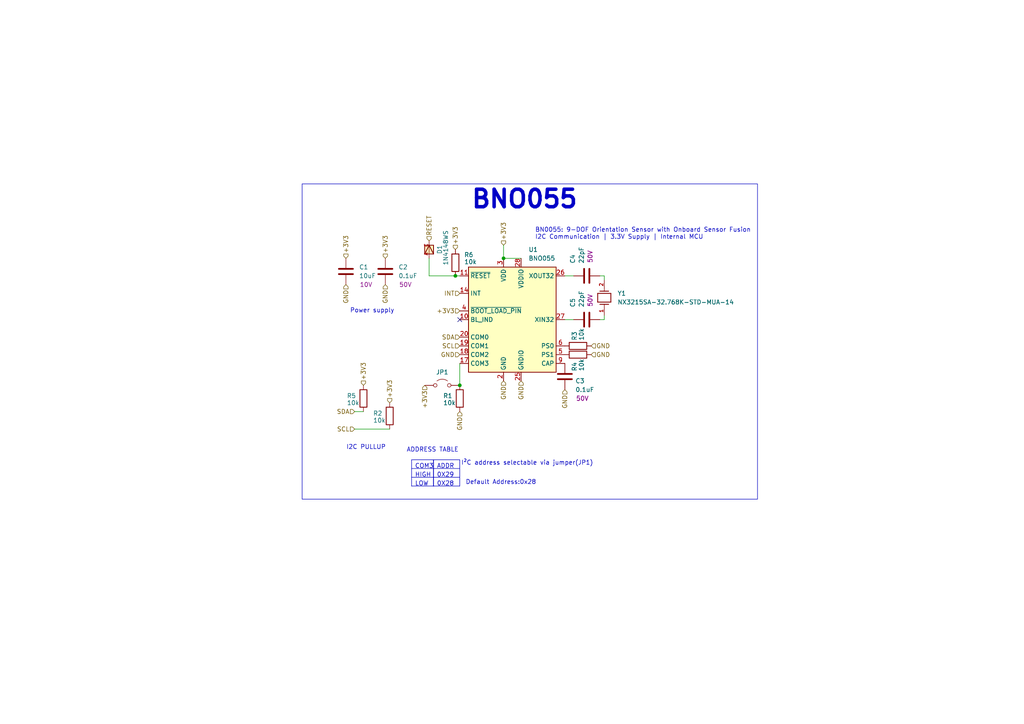
<source format=kicad_sch>
(kicad_sch (version 20250114) (generator "eeschema") (generator_version "9.0")
  (paper "A4")
  (lib_symbols
    (symbol "Library:1N4148WS" (pin_names (offset 1.016))
      (property "Reference" "D" (at -2.2887 1.9073 0))
      (property "Value" "1N4148WS" (at -2.2866 -3.4299 0))
      (symbol "1N4148WS_0_0"
        (rectangle (start -1.27 -1.27) (end 1.27 1.27) (stroke (width 0.254)) (fill (type background)))
        (polyline (pts (xy -1.27 -1.27) (xy 1.27 0)) (stroke (width 0.254)))
        (polyline (pts (xy 1.27 0) (xy -1.27 1.27)) (stroke (width 0.254)))
        (pin passive line (at -2.54 0 0) (length 2.54) (name "~") (number "A"))
        (pin passive line (at 2.54 0 180) (length 2.54) (name "~") (number "C"))
      )
    )
    (symbol "Library:BNO055"
      (property "Reference" "U" (at -11.43 16.51 0))
      (property "Value" "BNO055" (at 12.7 16.51 0))
      (symbol "BNO055_0_1"
        (rectangle (start -12.7 15.24) (end 12.7 -15.24) (stroke (width 0.254)) (fill (type background)))
      )
      (symbol "BNO055_1_1"
        (pin input line (at -15.24 12.7 0) (length 2.54) (name "~{RESET}") (number "11"))
        (pin output line (at -15.24 7.62 0) (length 2.54) (name "INT") (number "14"))
        (pin input line (at -15.24 2.54 0) (length 2.54) (name "~{BOOT_LOAD_PIN}") (number "4"))
        (pin output line (at -15.24 0 0) (length 2.54) (name "BL_IND") (number "10"))
        (pin bidirectional line (at -15.24 -5.08 0) (length 2.54) (name "COM0") (number "20"))
        (pin bidirectional line (at -15.24 -7.62 0) (length 2.54) (name "COM1") (number "19"))
        (pin passive line (at -15.24 -10.16 0) (length 2.54) (name "COM2") (number "18"))
        (pin input line (at -15.24 -12.7 0) (length 2.54) (name "COM3") (number "17"))
        (pin no_connect line (at -12.7 10.16 0) (length 2.54) (hide yes) (name "PIN1") (number "1"))
        (pin no_connect line (at -12.7 5.08 0) (length 2.54) (hide yes) (name "PIN7") (number "7"))
        (pin no_connect line (at -12.7 -2.54 0) (length 2.54) (hide yes) (name "PIN8") (number "8"))
        (pin power_in line (at -2.54 17.78 270) (length 2.54) (name "VDD") (number "3"))
        (pin power_in line (at -2.54 -17.78 90) (length 2.54) (name "GND") (number "2"))
        (pin power_in line (at 2.54 17.78 270) (length 2.54) (name "VDDIO") (number "28"))
        (pin power_in line (at 2.54 -17.78 90) (length 2.54) (name "GNDIO") (number "25"))
        (pin no_connect line (at 5.08 -15.24 90) (length 2.54) (hide yes) (name "PIN15") (number "15"))
        (pin no_connect line (at 7.62 -15.24 90) (length 2.54) (hide yes) (name "PIN16") (number "16"))
        (pin no_connect line (at 12.7 10.16 180) (length 2.54) (hide yes) (name "PIN12") (number "12"))
        (pin no_connect line (at 12.7 7.62 180) (length 2.54) (hide yes) (name "PIN13") (number "13"))
        (pin no_connect line (at 12.7 5.08 180) (length 2.54) (hide yes) (name "PIN21") (number "21"))
        (pin no_connect line (at 12.7 2.54 180) (length 2.54) (hide yes) (name "PIN22") (number "22"))
        (pin no_connect line (at 12.7 -2.54 180) (length 2.54) (hide yes) (name "PIN23") (number "23"))
        (pin no_connect line (at 12.7 -5.08 180) (length 2.54) (hide yes) (name "PIN24") (number "24"))
        (pin output line (at 15.24 12.7 180) (length 2.54) (name "XOUT32") (number "26"))
        (pin input line (at 15.24 0 180) (length 2.54) (name "XIN32") (number "27"))
        (pin input line (at 15.24 -7.62 180) (length 2.54) (name "PS0") (number "6"))
        (pin input line (at 15.24 -10.16 180) (length 2.54) (name "PS1") (number "5"))
        (pin passive line (at 15.24 -12.7 180) (length 2.54) (name "CAP") (number "9"))
      )
    )
    (symbol "Library:C" (pin_numbers (hide yes)) (pin_names (offset 0.254))
      (property "Reference" "C" (at 0.635 2.54 0))
      (property "Value" "C" (at 0.635 -2.54 0))
      (symbol "C_0_1"
        (polyline (pts (xy -2.032 0.762) (xy 2.032 0.762)) (stroke (width 0.508)))
        (polyline (pts (xy -2.032 -0.762) (xy 2.032 -0.762)) (stroke (width 0.508)))
      )
      (symbol "C_1_1"
        (pin passive line (at 0 3.81 270) (length 2.794) (name "~") (number "1"))
        (pin passive line (at 0 -3.81 90) (length 2.794) (name "~") (number "2"))
      )
    )
    (symbol "Library:Jumper_2_Open" (pin_numbers (hide yes)) (pin_names (offset 0) (hide yes))
      (property "Reference" "JP" (at 0 2.794 0))
      (property "Value" "Jumper_2_Open" (at 0 -2.286 0))
      (symbol "Jumper_2_Open_0_0"
        (circle (center -2.032 0) (radius 0.508))
        (circle (center 2.032 0) (radius 0.508))
      )
      (symbol "Jumper_2_Open_0_1"
        (arc (start -1.524 1.27) (mid 0 1.778) (end 1.524 1.27))
      )
      (symbol "Jumper_2_Open_1_1"
        (pin passive line (at -5.08 0 0) (length 2.54) (name "A") (number "1"))
        (pin passive line (at 5.08 0 180) (length 2.54) (name "B") (number "2"))
      )
    )
    (symbol "Library:NX3215SA-32.768K-STD-MUA-14" (pin_names (offset 1.016))
      (property "Reference" "Y" (at -2.54 2.54 0))
      (property "Value" "NX3215SA-32.768K-STD-MUA-14" (at -2.54 -4.445 0))
      (symbol "NX3215SA-32.768K-STD-MUA-14_0_0"
        (polyline (pts (xy -2.54 0) (xy -1.905 0)) (stroke (width 0.1524)))
        (polyline (pts (xy -1.905 1.27) (xy -1.905 0)) (stroke (width 0.254)))
        (polyline (pts (xy -1.905 0) (xy -1.905 -1.27)) (stroke (width 0.254)))
        (polyline (pts (xy -1.27 1.905) (xy 1.27 1.905)) (stroke (width 0.254)))
        (polyline (pts (xy -1.27 -1.905) (xy -1.27 1.905)) (stroke (width 0.254)))
        (polyline (pts (xy 1.27 1.905) (xy 1.27 -1.905)) (stroke (width 0.254)))
        (polyline (pts (xy 1.27 -1.905) (xy -1.27 -1.905)) (stroke (width 0.254)))
        (polyline (pts (xy 1.905 1.27) (xy 1.905 0)) (stroke (width 0.254)))
        (polyline (pts (xy 1.905 0) (xy 1.905 -1.27)) (stroke (width 0.254)))
        (polyline (pts (xy 2.54 0) (xy 1.905 0)) (stroke (width 0.1524)))
        (pin passive line (at -5.08 0 0) (length 2.54) (name "~") (number "1"))
        (pin passive line (at 5.08 0 180) (length 2.54) (name "~") (number "2"))
      )
    )
    (symbol "Library:R" (pin_numbers (hide yes)) (pin_names (offset 0))
      (property "Reference" "R" (at 2.032 0 90))
      (property "Value" "R" (at 0 0 90))
      (symbol "R_0_1"
        (rectangle (start -1.016 -2.54) (end 1.016 2.54) (stroke (width 0.254)))
      )
      (symbol "R_1_1"
        (pin passive line (at 0 3.81 270) (length 1.27) (name "~") (number "1"))
        (pin passive line (at 0 -3.81 90) (length 1.27) (name "~") (number "2"))
      )
    )
  )
  (rectangle (start 87.63 53.34) (end 219.71 144.78))
  (text "BNO055" (at 152.146 57.912 0) (effects (font (size 5.08 5.08) (thickness 1.016) (bold yes))))
  (text "ADDRESS TABLE\n" (at 125.476 130.556 0) (effects (font (size 1.27 1.27))))
  (text "I²C address selectable via jumper(JP1)" (at 152.908 134.366 0) (effects (font (size 1.27 1.27))))
  (text "I2C PULLUP\n" (at 106.172 129.794 0) (effects (font (size 1.27 1.27))))
  (text "Default Address:0x28\n" (at 145.288 139.954 0) (effects (font (size 1.27 1.27))))
  (text "BN0055: 9-DOF Orientation Sensor with Onboard Sensor Fusion\nI2C Communication | 3.3V Supply | Internal MCU\n" (at 155.194 67.818 0) (effects (font (size 1.27 1.27)) (justify left)))
  (text "Power supply\n" (at 107.95 90.17 0) (effects (font (size 1.27 1.27))))
  (junction (at 132.08 80.01))
  (junction (at 146.05 74.93))
  (junction (at 133.35 111.76))
  (no_connect (at 133.35 92.71))
  (wire (pts (xy 146.05 71.12) (xy 146.05 74.93)))
  (wire (pts (xy 173.99 80.01) (xy 175.26 80.01)))
  (wire (pts (xy 175.26 92.71) (xy 175.26 91.44)))
  (wire (pts (xy 102.87 124.46) (xy 113.03 124.46)))
  (wire (pts (xy 133.35 105.41) (xy 133.35 111.76)))
  (wire (pts (xy 124.46 80.01) (xy 132.08 80.01)))
  (wire (pts (xy 175.26 80.01) (xy 175.26 81.28)))
  (wire (pts (xy 102.87 119.38) (xy 105.41 119.38)))
  (wire (pts (xy 173.99 92.71) (xy 175.26 92.71)))
  (wire (pts (xy 163.83 80.01) (xy 166.37 80.01)))
  (wire (pts (xy 132.08 80.01) (xy 133.35 80.01)))
  (wire (pts (xy 146.05 74.93) (xy 151.13 74.93)))
  (wire (pts (xy 124.46 74.93) (xy 124.46 80.01)))
  (wire (pts (xy 163.83 92.71) (xy 166.37 92.71)))
  (table (column_count 1) (border (external yes) (header yes)) (separators (rows yes) (cols yes)) (column_widths 7.62) (row_heights 2.54 2.54 2.54) (cells (table_cell "ADDR" (at 125.73 133.35 0) (size 7.62 2.54) (margins 0.9525 0.9525 0.9525 0.9525) (span 1 1)) (table_cell "0X29" (at 125.73 135.89 0) (size 7.62 2.54) (margins 0.9525 0.9525 0.9525 0.9525) (span 1 1)) (table_cell "0X28" (at 125.73 138.43 0) (size 7.62 2.54) (margins 0.9525 0.9525 0.9525 0.9525) (span 1 1))))
  (table (column_count 1) (border (external yes) (header yes)) (separators (rows yes) (cols yes)) (column_widths 6.35) (row_heights 2.54 2.54 2.54) (cells (table_cell "COM3" (at 119.38 133.35 0) (size 6.35 2.54) (margins 0.9525 0.9525 0.9525 0.9525) (span 1 1)) (table_cell "HIGH" (at 119.38 135.89 0) (size 6.35 2.54) (margins 0.9525 0.9525 0.9525 0.9525) (span 1 1)) (table_cell "LOW" (at 119.38 138.43 0) (size 6.35 2.54) (margins 0.9525 0.9525 0.9525 0.9525) (span 1 1))))
  (hierarchical_label "RESET" (shape input) (at 124.46 69.85 90))
  (hierarchical_label "INT" (shape input) (at 133.35 85.09 180))
  (hierarchical_label "SCL" (shape input) (at 102.87 124.46 180))
  (hierarchical_label "GND" (shape input) (at 171.45 102.87 0))
  (hierarchical_label "SDA" (shape input) (at 102.87 119.38 180))
  (hierarchical_label "+3V3" (shape input) (at 111.76 74.93 90))
  (hierarchical_label "GND" (shape input) (at 151.13 110.49 270))
  (hierarchical_label "GND" (shape input) (at 133.35 102.87 180))
  (hierarchical_label "SCL" (shape input) (at 133.35 100.33 180))
  (hierarchical_label "+3V3" (shape input) (at 146.05 71.12 90))
  (hierarchical_label "GND" (shape input) (at 111.76 82.55 270))
  (hierarchical_label "GND" (shape input) (at 100.33 82.55 270))
  (hierarchical_label "+3V3" (shape input) (at 133.35 90.17 180))
  (hierarchical_label "GND" (shape input) (at 163.83 113.03 270))
  (hierarchical_label "GND" (shape input) (at 133.35 119.38 270))
  (hierarchical_label "+3V3" (shape input) (at 105.41 111.76 90))
  (hierarchical_label "+3V3" (shape input) (at 132.08 72.39 90))
  (hierarchical_label "+3V3" (shape input) (at 113.03 116.84 90))
  (hierarchical_label "GND" (shape input) (at 146.05 110.49 270))
  (hierarchical_label "SDA" (shape input) (at 133.35 97.79 180))
  (hierarchical_label "+3V3" (shape input) (at 123.19 111.76 270))
  (hierarchical_label "GND" (shape input) (at 171.45 100.33 0))
  (hierarchical_label "+3V3" (shape input) (at 100.33 74.93 90))
  (symbol (lib_id "Library:R") (at 132.08 76.2 0) (unit 1)
    (property "Reference" "R6" (at 134.62 73.914 0) (effects (justify left)))
    (property "Value" "10k" (at 134.62 75.946 0) (effects (justify left)))
    (property "Footprint" "Resistor_SMD:R_0603_1608Metric" (effects (hide yes)))
    (property "Description" "Resistor" (effects (hide yes)))
    (property "package" "0603" (effects (hide yes)))
    (property "LCSC_part#" "C25804" (effects (hide yes)))
    (property "MPN" "0603WAF1002T5E" (effects (hide yes)))
  )
  (symbol (lib_id "Library:C") (at 170.18 92.71 90) (unit 1)
    (property "Reference" "C5" (at 166.1159 89.154 0) (effects (justify left)))
    (property "Value" "22pF" (at 168.6559 89.154 0) (effects (justify left)))
    (property "Footprint" "Capacitor_SMD:C_0603_1608Metric" (effects (hide yes)))
    (property "Description" "Unpolarized capacitor" (effects (hide yes)))
    (property "package" "0603" (effects (hide yes)))
    (property "LCSC_part#" "C1653" (effects (hide yes)))
    (property "MPN" "CL10C220JB8NNNC" (effects (hide yes)))
    (property "Voltage" "50V" (at 171.196 87.122 0))
  )
  (symbol (lib_id "Library:C") (at 100.33 78.74 0) (unit 1)
    (property "Reference" "C1" (at 104.14 77.4699 0) (effects (justify left)))
    (property "Value" "10uF" (at 104.14 80.0099 0) (effects (justify left)))
    (property "Footprint" "Capacitor_SMD:C_0603_1608Metric" (effects (hide yes)))
    (property "Description" "Unpolarized capacitor" (effects (hide yes)))
    (property "package" "0603" (effects (hide yes)))
    (property "LCSC_part#" "C22399626" (effects (hide yes)))
    (property "MPN" "CGA0603X7R106K100JT" (effects (hide yes)))
    (property "Voltage" "10V" (at 106.172 82.55 0))
  )
  (symbol (lib_id "Library:1N4148WS") (at 124.46 72.39 90) (unit 1)
    (property "Reference" "D1" (at 127.508 72.39 0))
    (property "Value" "1N4148WS" (at 129.286 71.882 0))
    (property "Footprint" "1N4148WS:SOD323" (effects (hide yes)))
    (property "MPN" "1N4148WS" (effects (hide yes)))
    (property "LCSC_part#" "C2128" (effects (hide yes)))
  )
  (symbol (lib_id "Library:C") (at 170.18 80.01 90) (unit 1)
    (property "Reference" "C4" (at 166.1159 76.454 0) (effects (justify left)))
    (property "Value" "22pF" (at 168.6559 76.454 0) (effects (justify left)))
    (property "Footprint" "Capacitor_SMD:C_0603_1608Metric" (effects (hide yes)))
    (property "Description" "Unpolarized capacitor" (effects (hide yes)))
    (property "package" "0603" (effects (hide yes)))
    (property "LCSC_part#" "C1653" (effects (hide yes)))
    (property "MPN" "CL10C220JB8NNNC" (effects (hide yes)))
    (property "Voltage" "50V" (at 171.196 74.422 0))
  )
  (symbol (lib_id "Library:R") (at 133.35 115.57 0) (unit 1)
    (property "Reference" "R1" (at 128.524 114.808 0) (effects (justify left)))
    (property "Value" "10k" (at 128.524 116.84 0) (effects (justify left)))
    (property "Footprint" "Resistor_SMD:R_0603_1608Metric" (effects (hide yes)))
    (property "Description" "Resistor" (effects (hide yes)))
    (property "package" "0603" (effects (hide yes)))
    (property "LCSC_part#" "C25804" (effects (hide yes)))
    (property "MPN" "0603WAF1002T5E" (effects (hide yes)))
  )
  (symbol (lib_id "Library:Jumper_2_Open") (at 128.27 111.76 0) (unit 1)
    (property "Reference" "JP1" (at 128.27 107.95 0))
    (property "Value" "Jumper_2_Open" (effects (hide yes)))
    (property "Footprint" "Jumper:SolderJumper-2_P1.3mm_Open_RoundedPad1.0x1.5mm" (effects (hide yes)))
    (property "Description" "Jumper, 2-pole, open" (effects (hide yes)))
  )
  (symbol (lib_id "Library:R") (at 167.64 102.87 90) (unit 1)
    (property "Reference" "R4" (at 166.624 107.696 0) (effects (justify left)))
    (property "Value" "10k" (at 168.656 107.696 0) (effects (justify left)))
    (property "Footprint" "Resistor_SMD:R_0603_1608Metric" (effects (hide yes)))
    (property "Description" "Resistor" (effects (hide yes)))
    (property "package" "0603" (effects (hide yes)))
    (property "LCSC_part#" "C25804" (effects (hide yes)))
    (property "MPN" "0603WAF1002T5E" (effects (hide yes)))
  )
  (symbol (lib_id "Library:NX3215SA-32.768K-STD-MUA-14") (at 175.26 86.36 90) (unit 1)
    (property "Reference" "Y1" (at 179.07 85.0899 90) (effects (justify right)))
    (property "Value" "NX3215SA-32.768K-STD-MUA-14" (at 179.07 87.6299 90) (effects (justify right)))
    (property "Footprint" "NX3215SA-32.768K-STD-MUA-14:XTAL_NX3215SA-32.768K-STD-MUA-14" (effects (hide yes)))
    (property "LCSC_part#" "C156245" (effects (hide yes)))
    (property "MPN" "NX3215SA-32.768K-STD-MUA-8" (effects (hide yes)))
  )
  (symbol (lib_id "Library:R") (at 167.64 100.33 90) (unit 1)
    (property "Reference" "R3" (at 166.624 98.806 0) (effects (justify left)))
    (property "Value" "10k" (at 168.656 98.806 0) (effects (justify left)))
    (property "Footprint" "Resistor_SMD:R_0603_1608Metric" (effects (hide yes)))
    (property "Description" "Resistor" (effects (hide yes)))
    (property "package" "0603" (effects (hide yes)))
    (property "LCSC_part#" "C25804" (effects (hide yes)))
    (property "MPN" "0603WAF1002T5E" (effects (hide yes)))
  )
  (symbol (lib_id "Library:R") (at 105.41 115.57 0) (unit 1)
    (property "Reference" "R5" (at 100.584 114.808 0) (effects (justify left)))
    (property "Value" "10k" (at 100.584 116.84 0) (effects (justify left)))
    (property "Footprint" "Resistor_SMD:R_0603_1608Metric" (effects (hide yes)))
    (property "Description" "Resistor" (effects (hide yes)))
    (property "package" "0603" (effects (hide yes)))
    (property "LCSC_part#" "C25804" (effects (hide yes)))
    (property "MPN" "0603WAF1002T5E" (effects (hide yes)))
  )
  (symbol (lib_id "Library:BNO055") (at 148.59 92.71 0) (unit 1)
    (property "Reference" "U1" (at 153.2733 72.39 0) (effects (justify left)))
    (property "Value" "BNO055" (at 153.2733 74.93 0) (effects (justify left)))
    (property "Footprint" "Package_LGA:LGA-28_5.2x3.8mm_P0.5mm" (effects (hide yes)))
    (property "Datasheet" "https://www.bosch-sensortec.com/media/boschsensortec/downloads/datasheets/bst-bno055-ds000.pdf" (effects (hide yes)))
    (property "Description" "Intelligent 9-axis absolute orientation sensor, LGA-28" (effects (hide yes)))
    (property "LCSC_part#" "C93216" (effects (hide yes)))
    (property "MPN" "BNO055" (effects (hide yes)))
  )
  (symbol (lib_id "Library:C") (at 163.83 109.22 0) (unit 1)
    (property "Reference" "C3" (at 166.878 110.4899 0) (effects (justify left)))
    (property "Value" "0.1uF" (at 166.878 113.0299 0) (effects (justify left)))
    (property "Footprint" "Capacitor_SMD:C_0603_1608Metric" (effects (hide yes)))
    (property "Description" "Unpolarized capacitor" (effects (hide yes)))
    (property "package" "0603" (effects (hide yes)))
    (property "LCSC_part#" "C14663" (effects (hide yes)))
    (property "MPN" "CC0603KRX7R9BB104" (effects (hide yes)))
    (property "Voltage" "50V" (at 168.91 115.57 0))
  )
  (symbol (lib_id "Library:R") (at 113.03 120.65 0) (unit 1)
    (property "Reference" "R2" (at 108.204 119.888 0) (effects (justify left)))
    (property "Value" "10k" (at 108.204 121.92 0) (effects (justify left)))
    (property "Footprint" "Resistor_SMD:R_0603_1608Metric" (effects (hide yes)))
    (property "Description" "Resistor" (effects (hide yes)))
    (property "package" "0603" (effects (hide yes)))
    (property "LCSC_part#" "C25804" (effects (hide yes)))
    (property "MPN" "0603WAF1002T5E" (effects (hide yes)))
  )
  (symbol (lib_id "Library:C") (at 111.76 78.74 0) (unit 1)
    (property "Reference" "C2" (at 115.57 77.4699 0) (effects (justify left)))
    (property "Value" "0.1uF" (at 115.57 80.0099 0) (effects (justify left)))
    (property "Footprint" "Capacitor_SMD:C_0603_1608Metric" (effects (hide yes)))
    (property "Description" "Unpolarized capacitor" (effects (hide yes)))
    (property "package" "0603" (effects (hide yes)))
    (property "LCSC_part#" "C14663" (effects (hide yes)))
    (property "MPN" "CC0603KRX7R9BB104" (effects (hide yes)))
    (property "Voltage" "50V" (at 117.602 82.55 0))
  )
)
</source>
